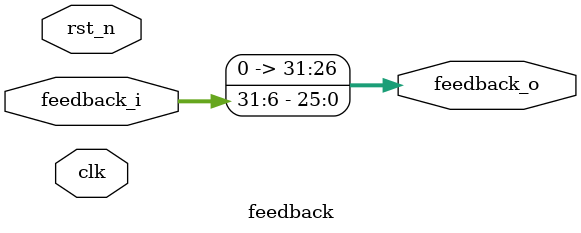
<source format=v>
`timescale 1ns / 1ps

module feedback (
    input  wire               clk,
    input  wire               rst_n,
    input  wire signed [31:0] feedback_i,  // 输入信号
    output wire signed  [31:0] feedback_o   // 输出信号
);

    localparam gain = 6;  // 假设传递函数为1/64

    // always @(posedge clk or negedge rst_n) begin
    //     if (!rst_n) begin
    //         feedback_o <= 32'b0;
    //     end else begin
    //         feedback_o <= feedback_i + 1'b1;
    //     end
    // end

    assign feedback_o = feedback_i >> gain;

endmodule

</source>
